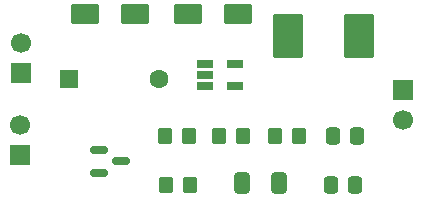
<source format=gts>
%TF.GenerationSoftware,KiCad,Pcbnew,9.0.1*%
%TF.CreationDate,2025-05-18T00:30:22-05:00*%
%TF.ProjectId,Tiny_Solar_Supply,54696e79-5f53-46f6-9c61-725f53757070,rev?*%
%TF.SameCoordinates,Original*%
%TF.FileFunction,Soldermask,Top*%
%TF.FilePolarity,Negative*%
%FSLAX46Y46*%
G04 Gerber Fmt 4.6, Leading zero omitted, Abs format (unit mm)*
G04 Created by KiCad (PCBNEW 9.0.1) date 2025-05-18 00:30:22*
%MOMM*%
%LPD*%
G01*
G04 APERTURE LIST*
G04 Aperture macros list*
%AMRoundRect*
0 Rectangle with rounded corners*
0 $1 Rounding radius*
0 $2 $3 $4 $5 $6 $7 $8 $9 X,Y pos of 4 corners*
0 Add a 4 corners polygon primitive as box body*
4,1,4,$2,$3,$4,$5,$6,$7,$8,$9,$2,$3,0*
0 Add four circle primitives for the rounded corners*
1,1,$1+$1,$2,$3*
1,1,$1+$1,$4,$5*
1,1,$1+$1,$6,$7*
1,1,$1+$1,$8,$9*
0 Add four rect primitives between the rounded corners*
20,1,$1+$1,$2,$3,$4,$5,0*
20,1,$1+$1,$4,$5,$6,$7,0*
20,1,$1+$1,$6,$7,$8,$9,0*
20,1,$1+$1,$8,$9,$2,$3,0*%
G04 Aperture macros list end*
%ADD10RoundRect,0.250000X-0.550000X-0.550000X0.550000X-0.550000X0.550000X0.550000X-0.550000X0.550000X0*%
%ADD11C,1.600000*%
%ADD12R,1.700000X1.700000*%
%ADD13C,1.700000*%
%ADD14RoundRect,0.089250X-0.597750X-0.267750X0.597750X-0.267750X0.597750X0.267750X-0.597750X0.267750X0*%
%ADD15RoundRect,0.250000X-0.350000X-0.450000X0.350000X-0.450000X0.350000X0.450000X-0.350000X0.450000X0*%
%ADD16RoundRect,0.250000X0.350000X0.450000X-0.350000X0.450000X-0.350000X-0.450000X0.350000X-0.450000X0*%
%ADD17RoundRect,0.150000X-0.587500X-0.150000X0.587500X-0.150000X0.587500X0.150000X-0.587500X0.150000X0*%
%ADD18RoundRect,0.102000X1.175000X1.750000X-1.175000X1.750000X-1.175000X-1.750000X1.175000X-1.750000X0*%
%ADD19RoundRect,0.102000X1.060000X0.750000X-1.060000X0.750000X-1.060000X-0.750000X1.060000X-0.750000X0*%
%ADD20RoundRect,0.250000X-0.337500X-0.475000X0.337500X-0.475000X0.337500X0.475000X-0.337500X0.475000X0*%
%ADD21RoundRect,0.250000X0.412500X0.650000X-0.412500X0.650000X-0.412500X-0.650000X0.412500X-0.650000X0*%
G04 APERTURE END LIST*
D10*
%TO.C,J3*%
X151349570Y-53869831D03*
D11*
X158969570Y-53869831D03*
%TD*%
D12*
%TO.C,J1*%
X179635516Y-54786750D03*
D13*
X179635516Y-57326750D03*
%TD*%
D12*
%TO.C,J2*%
X147225952Y-60289104D03*
D13*
X147225952Y-57749104D03*
%TD*%
D14*
%TO.C,U1*%
X162919376Y-52569355D03*
X162919376Y-53519355D03*
X162919376Y-54469355D03*
X165419376Y-54469355D03*
X165419376Y-52569355D03*
%TD*%
D15*
%TO.C,R4*%
X159593570Y-62822159D03*
X161593570Y-62822159D03*
%TD*%
D16*
%TO.C,R3*%
X161498563Y-58666023D03*
X159498563Y-58666023D03*
%TD*%
D15*
%TO.C,R2*%
X164105876Y-58666023D03*
X166105876Y-58666023D03*
%TD*%
%TO.C,R1*%
X168818987Y-58666023D03*
X170818987Y-58666023D03*
%TD*%
D17*
%TO.C,Q1*%
X153926515Y-59869442D03*
X153926515Y-61769442D03*
X155801515Y-60819442D03*
%TD*%
D18*
%TO.C,L1*%
X175959954Y-50237420D03*
X169909954Y-50237420D03*
%TD*%
D12*
%TO.C,J4*%
X147320000Y-53340000D03*
D13*
X147320000Y-50800000D03*
%TD*%
D19*
%TO.C,D2*%
X156925558Y-48369994D03*
X152695558Y-48369994D03*
%TD*%
%TO.C,D1*%
X165638224Y-48369994D03*
X161408224Y-48369994D03*
%TD*%
D20*
%TO.C,C3*%
X173540179Y-62792159D03*
X175615179Y-62792159D03*
%TD*%
D21*
%TO.C,C2*%
X169126213Y-62622159D03*
X166001213Y-62622159D03*
%TD*%
D20*
%TO.C,C1*%
X173675543Y-58666023D03*
X175750543Y-58666023D03*
%TD*%
M02*

</source>
